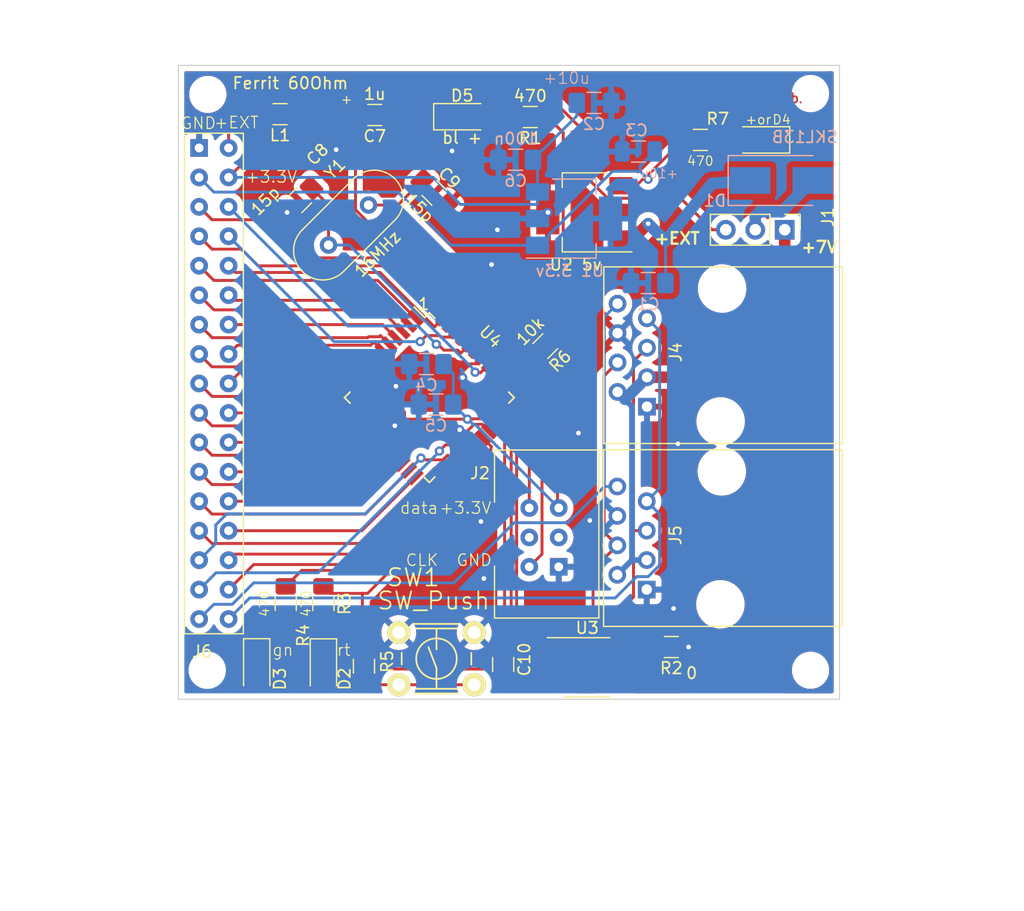
<source format=kicad_pcb>
(kicad_pcb (version 20211014) (generator pcbnew)
  (layers (0 "F.Cu" signal) (31 "B.Cu" signal) (34 "B.Paste" user) (35 "F.Paste" user) (36 "B.SilkS" user "B.Silkscreen") (37 "F.SilkS" user "F.Silkscreen") (38 "B.Mask" user) (39 "F.Mask" user) (44 "Edge.Cuts" user))
  (net 0 "")
  (net 1 "Net-(C1-Pad2)")
  (net 2 "GND")
  (net 3 "+3V3")
  (net 4 "+5V")
  (net 5 "AVCC")
  (net 6 "Net-(C8-Pad1)")
  (net 7 "Net-(C9-Pad1)")
  (net 8 "Net-(D1-Pad2)")
  (net 9 "Net-(D2-Pad1)")
  (net 10 "Net-(D3-Pad1)")
  (net 11 "Net-(D4-Pad2)")
  (net 12 "Net-(D5-Pad2)")
  (net 13 "+V")
  (net 14 "+7V")
  (net 15 "CANL")
  (net 16 "CANH")
  (net 17 "DCC_A")
  (net 18 "DCC_B")
  (net 19 "PC2")
  (net 20 "PC0")
  (net 21 "PA0")
  (net 22 "PA2")
  (net 23 "PA6")
  (net 24 "PB2")
  (net 25 "PA4")
  (net 26 "PB0")
  (net 27 "PC4")
  (net 28 "PC6")
  (net 29 "PD4")
  (net 30 "PD6")
  (net 31 "PD0")
  (net 32 "PD2")
  (net 33 "PA1")
  (net 34 "PA3")
  (net 35 "PA5")
  (net 36 "PA7")
  (net 37 "PB1")
  (net 38 "PB3")
  (net 39 "PC1")
  (net 40 "PC3")
  (net 41 "PC5")
  (net 42 "PC7")
  (net 43 "PD1")
  (net 44 "PD3")
  (net 45 "PD5")
  (net 46 "PD7")
  (net 47 "Net-(R2-Pad2)")
  (net 48 "PE1")
  (net 49 "PE0")
  (net 50 "Net-(R5-Pad1)")
  (net 51 "Net-(U3-Pad4)")
  (net 52 "Net-(U3-Pad1)")
  (net 53 "PDI_DATA")
  (net 54 "PDICLK")
  (net 55 "Net-(U3-Pad5)")
  (net 56 "Net-(J2-Pad4)")
  (net 57 "Net-(J2-Pad3)")
  (footprint "Capacitor_SMD:C_1206_3216Metric_Pad1.42x1.75mm_HandSolder" (layer "F.Cu") (at 108.68 72.85 180)
    (fp_text reference "C7")
    (fp_text value "1u")
  )
  (footprint "Capacitor_SMD:C_1206_3216Metric_Pad1.42x1.75mm_HandSolder" (layer "F.Cu") (at 102.1715 80.2005 -135)
    (fp_text reference "C8")
    (fp_text value "15p")
  )
  (footprint "Capacitor_SMD:C_1206_3216Metric_Pad1.42x1.75mm_HandSolder" (layer "F.Cu") (at 113.82 79.57 -45)
    (fp_text reference "C9")
    (fp_text value "15p")
  )
  (footprint "Capacitor_SMD:C_1206_3216Metric_Pad1.42x1.75mm_HandSolder" (layer "F.Cu") (at 119.75 120.25 -90)
    (fp_text reference "C10")
    (fp_text value "100n")
  )
  (footprint "LED_SMD:LED_1206_3216Metric_Pad1.42x1.75mm_HandSolder" (layer "F.Cu") (at 104.25 120.5 -90)
    (fp_text reference "D2")
    (fp_text value "LED")
  )
  (footprint "LED_SMD:LED_1206_3216Metric_Pad1.42x1.75mm_HandSolder" (layer "F.Cu") (at 98.5 120.4875 -90)
    (fp_text reference "D3")
    (fp_text value "LED")
  )
  (footprint "LED_SMD:LED_1206_3216Metric_Pad1.42x1.75mm_HandSolder" (layer "F.Cu") (at 142 75 180)
    (fp_text reference "D4")
    (fp_text value "LED" hide)
  )
  (footprint "LED_SMD:LED_1206_3216Metric_Pad1.42x1.75mm_HandSolder" (layer "F.Cu") (at 116.2177 72.9996)
    (fp_text reference "D5")
    (fp_text value "bl +")
  )
  (footprint "Connector_PinHeader_2.54mm:PinHeader_1x03_P2.54mm_Vertical" (layer "F.Cu") (at 144.025 82.75 -90)
    (fp_text reference "J1")
    (fp_text value "Conn_01x03")
  )
  (footprint "sboxnet:8p8c-mebp" (layer "F.Cu") (at 138.5 93.5692 90)
    (fp_text reference "J4")
    (fp_text value "8P8C")
  )
  (footprint "sboxnet:8p8c-mebp" (layer "F.Cu") (at 138.4776 109.3454 90)
    (fp_text reference "J5")
    (fp_text value "8P8C")
  )
  (footprint "Resistor_SMD:R_1206_3216Metric_Pad1.42x1.75mm_HandSolder" (layer "F.Cu") (at 122.0867 73.025 180)
    (fp_text reference "R1")
    (fp_text value "470")
  )
  (footprint "Resistor_SMD:R_1206_3216Metric_Pad1.42x1.75mm_HandSolder" (layer "F.Cu") (at 104.25 115 -90)
    (fp_text reference "R3")
    (fp_text value "470")
  )
  (footprint "Resistor_SMD:R_1206_3216Metric_Pad1.42x1.75mm_HandSolder" (layer "F.Cu") (at 101 115 -90)
    (fp_text reference "R4")
    (fp_text value "470")
  )
  (footprint "Resistor_SMD:R_1206_3216Metric_Pad1.42x1.75mm_HandSolder" (layer "F.Cu") (at 107.7468 120.396 90)
    (fp_text reference "R5")
    (fp_text value "1k")
  )
  (footprint "Resistor_SMD:R_1206_3216Metric_Pad1.42x1.75mm_HandSolder" (layer "F.Cu") (at 136.75 75)
    (fp_text reference "R7")
    (fp_text value "470")
  )
  (footprint "sboxnet:JTP-1130" (layer "F.Cu") (at 114 119.75)
    (fp_text reference "SW1")
    (fp_text value "SW_Push")
  )
  (footprint "Package_TO_SOT_SMD:SOT-223-3_TabPin2" (layer "F.Cu") (at 126.75 81.25 180)
    (fp_text reference "U2 5v")
    (fp_text value "MCP1703A-5002_SOT223")
  )
  (footprint "Package_SO:SOIC-8_3.9x4.9mm_P1.27mm" (layer "F.Cu") (at 127 120.5)
    (fp_text reference "U3")
    (fp_text value "SN65HVD230" hide)
  )
  (footprint "Crystal:Crystal_HC49-U_Vertical" (layer "F.Cu") (at 104.69 84.07 45)
    (fp_text reference "Y1")
    (fp_text value "16MHz")
  )
  (footprint "Inductor_SMD:L_1206_3216Metric_Pad1.42x1.75mm_HandSolder" (layer "F.Cu") (at 100.5125 72.78 180)
    (fp_text reference "L1")
    (fp_text value "Ferrit 60Ohm")
  )
  (footprint "Resistor_SMD:R_1206_3216Metric_Pad1.42x1.75mm_HandSolder" (layer "F.Cu") (at 123.38 92.79 -135)
    (fp_text reference "R6")
    (fp_text value "10k")
  )
  (footprint "MountingHole:MountingHole_2.2mm_M2" (layer "F.Cu") (at 146.25 71)
    (fp_text reference "Rx2" hide)
    (fp_text value "MH2.2")
  )
  (footprint "MountingHole:MountingHole_2.2mm_M2" (layer "F.Cu") (at 146.25 120.75)
    (fp_text reference "Rx3" hide)
    (fp_text value " MH2.2")
  )
  (footprint "MountingHole:MountingHole_2.2mm_M2" (layer "F.Cu") (at 94.234 120.75)
    (fp_text reference "buchse" hide)
    (fp_text value "MH2.2")
  )
  (footprint "Resistor_SMD:R_1206_3216Metric_Pad1.42x1.75mm_HandSolder" (layer "F.Cu") (at 134.25 118.75 180)
    (fp_text reference "R2")
    (fp_text value "0")
  )
  (footprint "MountingHole:MountingHole_2.2mm_M2" (layer "F.Cu") (at 94.2848 71.0692)
    (fp_text reference "Rx1" hide)
    (fp_text value "MH2.2")
  )
  (footprint "sboxnet:sboxnet-buchse-2x17" (layer "F.Cu") (at 96.0755 118.872 180)
    (fp_text reference "J6")
    (fp_text value "sboxnet-buchse_2x17")
  )
  (footprint "sboxnet:wannenstecker_gerade_6pin" (layer "F.Cu") (at 122 106.75)
    (fp_text reference "J2")
    (fp_text value "Conn_02x03_Odd_Even")
  )
  (footprint "Package_QFP:TQFP-44_10x10mm_P0.8mm" (layer "F.Cu") (at 113.3856 97.2312 -45)
    (fp_text reference "U4")
    (fp_text value "ATxmega128A4U-AU")
  )
  (footprint "Capacitor_SMD:C_1206_3216Metric_Pad1.42x1.75mm_HandSolder" (layer "B.Cu") (at 132.2578 87.3506)
    (fp_text reference "C1")
    (fp_text value "100n")
  )
  (footprint "Capacitor_SMD:C_1206_3216Metric_Pad1.42x1.75mm_HandSolder" (layer "B.Cu") (at 127.5826 71.8058)
    (fp_text reference "C2")
    (fp_text value "10u")
  )
  (footprint "Capacitor_SMD:C_1206_3216Metric" (layer "B.Cu") (at 131.4196 76 180)
    (fp_text reference "C3")
    (fp_text value "+10u")
  )
  (footprint "Capacitor_SMD:C_1206_3216Metric_Pad1.42x1.75mm_HandSolder" (layer "B.Cu") (at 113.1316 94.3356)
    (fp_text reference "C4")
    (fp_text value "100n")
  )
  (footprint "Capacitor_SMD:C_1206_3216Metric_Pad1.42x1.75mm_HandSolder" (layer "B.Cu") (at 113.9571 97.8281)
    (fp_text reference "C5")
    (fp_text value "100n")
  )
  (footprint "Capacitor_SMD:C_1206_3216Metric_Pad1.42x1.75mm_HandSolder" (layer "B.Cu") (at 120.8278 76.708)
    (fp_text reference "C6")
    (fp_text value "100n")
  )
  (footprint "Package_TO_SOT_SMD:SOT-223-3_TabPin2" (layer "B.Cu") (at 125.857 81.788)
    (fp_text reference "U1 3.3v")
    (fp_text value "MCP1703A-3302_SOT223")
  )
  (footprint "Diode_SMD:D_SMB_Handsoldering" (layer "B.Cu") (at 143.75 78.5)
    (fp_text reference "D1")
    (fp_text value "SKL13B")
  )
  (gr_circle (center 113.5 89) (end 113.627 89) (layer "F.Cu") (width 0.15) (fill none))
  (gr_circle (center 113.5 89) (end 113.783981 89) (layer "F.Cu") (width 0.1) (fill none))
  (gr_rect (start 91.75 68.5692) (end 148.75 123.25) (layer "Edge.Cuts") (width 0.1) (fill none))
  (gr_text "03.01.23" (at 140.59 118.65) (layer "F.Cu") (effects (font (size 0.8 0.8) (thickness 0.1))))
  (gr_text "Thomas Maier\ntom@tom.ist-im-web.de" (at 132.08 70.7644) (layer "F.Cu") (effects (font (size 0.8 0.8)) (justify left)))
  (gr_text "  Sboxnet\nModul V5" (at 139.5 121) (layer "F.Cu") (effects (font (size 1 1) (thickness 0.2))))
  (gr_text "+10u" (at 125.2093 69.6595) (layer "B.SilkS") (effects (font (size 1 1) (thickness 0.1))))
  (gr_text "CLK" (at 112.75 111.25) (layer "F.SilkS") (effects (font (size 1 1) (thickness 0.1))))
  (gr_text "gn" (at 100.75 119) (layer "F.SilkS") (effects (font (size 1 1) (thickness 0.1))))
  (gr_text "+EXT" (at 96.75 73.5) (layer "F.SilkS") (effects (font (size 1 1) (thickness 0.1))))
  (gr_text "+3.3V" (at 99.75 78.1812) (layer "F.SilkS") (effects (font (size 1 1) (thickness 0.1))))
  (gr_text "+EXT" (at 134.75 83.5) (layer "F.SilkS") (effects (font (size 1 1) (thickness 0.2))))
  (gr_text "GND" (at 117.25 111.25) (layer "F.SilkS") (effects (font (size 1 1) (thickness 0.1))))
  (gr_text "GND" (at 93.472 73.5584) (layer "F.SilkS") (effects (font (size 1 1) (thickness 0.1))))
  (gr_text "data" (at 112.5 106.75) (layer "F.SilkS") (effects (font (size 1 1) (thickness 0.1))))
  (gr_text "rt" (at 106 119) (layer "F.SilkS") (effects (font (size 1 1) (thickness 0.1))))
  (gr_text "+3.3V" (at 116.5 106.75) (layer "F.SilkS") (effects (font (size 1 1) (thickness 0.1))))
  (gr_text "+" (at 106.25 71.5) (layer "F.SilkS") (effects (font (size 0.8 0.8) (thickness 0.1))))
  (gr_text "1" (at 112.903 89.154) (layer "F.SilkS") (effects (font (size 1 1))))
  (gr_text "+or" (at 141.75 73.25) (layer "F.SilkS") (effects (font (size 0.8 0.8) (thickness 0.1))))
  (gr_text "+7V" (at 147 84.25) (layer "F.SilkS") (effects (font (size 1 1) (thickness 0.2))))
  (segment (start 132.2487 82.2244) (end 131.2251 83.248) (width 1) (layer "F.Cu") (net 1))
  (segment (start 130.9231 83.55) (end 131.2251 83.248) (width 1) (layer "F.Cu") (net 1))
  (segment (start 129.9 83.55) (end 130.9231 83.55) (width 1) (layer "F.Cu") (net 1))
  (via (at 132.2487 82.2244) (size 0.8) (drill 0.4) (layers "F.Cu" "B.Cu") (net 1))
  (segment (start 141.05 78.5) (end 137.75 78.75) (width 1) (layer "B.Cu") (net 1))
  (segment (start 133.7453 87.3506) (end 133.7453 83.721) (width 0.25) (layer "B.Cu") (net 1))
  (segment (start 133.7453 83.721) (end 132.2487 82.2244) (width 1) (layer "B.Cu") (net 1))
  (segment (start 137.75 78.75) (end 133.7453 83.721) (width 1) (layer "B.Cu") (net 1))
  (segment (start 117.981794 93.766377) (end 117.432071 94.3161) (width 0.25) (layer "F.Cu") (net 2))
  (segment (start 117.237905 99.5374) (end 116.275305 100.5) (width 0.25) (layer "F.Cu") (net 2))
  (segment (start 118.54748 100.130338) (end 117.954542 99.5374) (width 0.25) (layer "F.Cu") (net 2))
  (segment (start 110.25 96) (end 110.5 96.25) (width 0.25) (layer "F.Cu") (net 2))
  (segment (start 109.75 96) (end 110.25 96) (width 0.25) (layer "F.Cu") (net 2))
  (segment (start 117.954542 99.5374) (end 117.237905 99.5374) (width 0.25) (layer "F.Cu") (net 2))
  (segment (start 108.224 94.3575) (end 108.224 94.3737) (width 0.25) (layer "F.Cu") (net 2))
  (segment (start 117.498 94.2759) (end 117.982 93.7918) (width 0.25) (layer "F.Cu") (net 2))
  (segment (start 117.432071 94.3161) (end 116.9339 94.3161) (width 0.25) (layer "F.Cu") (net 2))
  (segment (start 109.920777 101.827394) (end 110.404875 101.343296) (width 0.25) (layer "F.Cu") (net 2))
  (segment (start 108.22372 94.332062) (end 108.22372 94.47372) (width 0.25) (layer "F.Cu") (net 2))
  (segment (start 116.25 95) (end 116.25 95.5) (width 0.25) (layer "F.Cu") (net 2))
  (segment (start 116.275305 100.5) (end 116 100) (width 0.25) (layer "F.Cu") (net 2))
  (segment (start 132.1276 115.1401) (end 135.7375 118.75) (width 0.25) (layer "F.Cu") (net 2))
  (segment (start 132.1276 113.7854) (end 132.1276 115.1401) (width 0.25) (layer "F.Cu") (net 2))
  (segment (start 110.404875 101.343296) (end 110.404875 99.654875) (width 0.25) (layer "F.Cu") (net 2))
  (segment (start 108.22372 94.47372) (end 109.75 96) (width 0.25) (layer "F.Cu") (net 2))
  (segment (start 116.9339 94.3161) (end 116.25 95) (width 0.25) (layer "F.Cu") (net 2))
  (via (at 127.22 107.83) (size 0.8) (drill 0.4) (layers "F.Cu" "B.Cu") (net 2))
  (via (at 116.25 95.5) (size 0.8) (drill 0.4) (layers "F.Cu" "B.Cu") (net 2))
  (via (at 135.7375 118.75) (size 0.8) (drill 0.4) (layers "F.Cu" "B.Cu") (net 2))
  (via (at 117.83 107.92) (size 0.8) (drill 0.4) (layers "F.Cu" "B.Cu") (net 2))
  (via (at 105.35 75.84) (size 0.8) (drill 0.4) (layers "F.Cu" "B.Cu") (net 2))
  (via (at 119.25 82.75) (size 0.8) (drill 0.4) (layers "F.Cu" "B.Cu") (net 2))
  (via (at 110.5 96.25) (size 0.8) (drill 0.4) (layers "F.Cu" "B.Cu") (net 2))
  (via (at 118.75 85.75) (size 0.8) (drill 0.4) (layers "F.Cu" "B.Cu") (net 2))
  (via (at 118.08 112.84) (size 0.8) (drill 0.4) (layers "F.Cu" "B.Cu") (net 2))
  (via (at 126.24 100.29) (size 0.8) (drill 0.4) (layers "F.Cu" "B.Cu") (net 2))
  (via (at 115.35 75.95) (size 0.8) (drill 0.4) (layers "F.Cu" "B.Cu") (net 2))
  (via (at 123.6 81.25) (size 0.8) (drill 0.4) (layers "F.Cu" "B.Cu") (net 2))
  (via (at 134.44 115.42) (size 0.8) (drill 0.4) (layers "F.Cu" "B.Cu") (net 2))
  (via (at 134.82 101.21) (size 0.8) (drill 0.4) (layers "F.Cu" "B.Cu") (net 2))
  (via (at 101.119679 81.252321) (size 0.8) (drill 0.4) (layers "F.Cu" "B.Cu") (net 2))
  (via (at 110.404875 99.654875) (size 0.8) (drill 0.4) (layers "F.Cu" "B.Cu") (net 2))
  (via (at 116 100) (size 0.8) (drill 0.4) (layers "F.Cu" "B.Cu") (net 2))
  (segment (start 104.14 121.86) (end 104.127 121.847) (width 0.25) (layer "F.Cu") (net 3))
  (segment (start 104.14 121.86) (end 104.25 121.97) (width 0.25) (layer "F.Cu") (net 3))
  (segment (start 98.5 121.975) (end 103.999 121.975) (width 0.25) (layer "F.Cu") (net 3))
  (segment (start 111.2467 98.4864) (end 111.2467 99.0874) (width 0.25) (layer "F.Cu") (net 3))
  (segment (start 123.5742 73.025) (end 124.9252 74.376) (width 0.25) (layer "F.Cu") (net 3))
  (segment (start 119.8734 100.3248) (end 119.8733 100.3249) (width 0.25) (layer "F.Cu") (net 3))
  (segment (start 100.2503 71.5547) (end 122.1039 71.5547) (width 0.25) (layer "F.Cu") (net 3))
  (segment (start 120.9511 119.4634) (end 121.1756 119.6879) (width 0.25) (layer "F.Cu") (net 3))
  (segment (start 107.658 94.8977) (end 111.2467 98.4864) (width 0.25) (layer "F.Cu") (net 3))
  (segment (start 124.525 121.135) (end 121.9987 121.135) (width 0.25) (layer "F.Cu") (net 3))
  (segment (start 121.1756 120.3119) (end 119.75 121.7375) (width 0.25) (layer "F.Cu") (net 3))
  (segment (start 119.75 121.7375) (end 118.6569 120.6444) (width 0.25) (layer "F.Cu") (net 3))
  (segment (start 124.4318 106.6418) (end 124.54 106.75) (width 0.25) (layer "F.Cu") (net 3))
  (segment (start 121.9987 121.135) (end 121.1756 120.3119) (width 0.25) (layer "F.Cu") (net 3))
  (segment (start 117.1628 99.0608) (end 118.0966 99.0608) (width 0.25) (layer "F.Cu") (net 3))
  (segment (start 121.1756 119.6879) (end 121.1756 120.3119) (width 0.25) (layer "F.Cu") (net 3))
  (segment (start 119.8733 116.9838) (end 120.9511 118.0616) (width 0.25) (layer "F.Cu") (net 3))
  (segment (start 99.025 75.2825) (end 99.025 72.78) (width 0.25) (layer "F.Cu") (net 3))
  (segment (start 116.6626 99.0874) (end 111.2467 99.0874) (width 0.25) (layer "F.Cu") (net 3))
  (segment (start 110.4865 102.3931) (end 111.2468 101.6328) (width 0.25) (layer "F.Cu") (net 3))
  (segment (start 119.1132 99.5647) (end 118.353 98.8044) (width 0.25) (layer "F.Cu") (net 3))
  (segment (start 119.4933 99.9448) (end 119.1132 99.5647) (width 0.25) (layer "F.Cu") (net 3))
  (segment (start 105.5931 120.6444) (end 104.25 121.9875) (width 0.25) (layer "F.Cu") (net 3))
  (segment (start 103.999 121.975) (end 104.127 121.847) (width 0.25) (layer "F.Cu") (net 3))
  (segment (start 119.8733 100.3249) (end 119.8733 116.9838) (width 0.25) (layer "F.Cu") (net 3))
  (segment (start 117.1362 99.0874) (end 116.6626 99.0874) (width 0.25) (layer "F.Cu") (net 3))
  (segment (start 111.2467 101.6328) (end 111.2468 101.6328) (width 0.25) (layer "F.Cu") (net 3))
  (segment (start 119.4933 99.9448) (end 119.8734 100.3248) (width 0.25) (layer "F.Cu") (net 3))
  (segment (start 104.25 121.97) (end 104.25 121.9875) (width 0.25) (layer "F.Cu") (net 3))
  (segment (start 118.0966 99.0608) (end 118.353 98.8044) (width 0.25) (layer "F.Cu") (net 3))
  (segment (start 124.9252 91.2448) (end 124.4318 91.7382) (width 0.25) (layer "F.Cu") (net 3))
  (segment (start 111.2467 99.0874) (end 111.2467 101.6328) (width 0.25) (layer "F.Cu") (net 3))
  (segment (start 122.1039 71.5547) (end 123.5742 73.025) (width 0.25) (layer "F.Cu") (net 3))
  (segment (start 96.0755 78.232) (end 99.025 75.2825) (width 0.25) (layer "F.Cu") (net 3))
  (segment (start 124.4318 91.7382) (end 124.4318 106.6418) (width 0.25) (layer "F.Cu") (net 3))
  (segment (start 118.6569 120.6444) (end 105.5931 120.6444) (width 0.25) (layer "F.Cu") (net 3))
  (segment (start 124.9252 74.376) (end 124.9252 91.2448) (width 0.25) (layer "F.Cu") (net 3))
  (segment (start 99.025 72.78) (end 100.2503 71.5547) (width 0.25) (layer "F.Cu") (net 3))
  (segment (start 120.9511 118.0616) (end 120.9511 119.4634) (width 0.25) (layer "F.Cu") (net 3))
  (segment (start 117.1362 99.0874) (end 117.1628 99.0608) (width 0.25) (layer "F.Cu") (net 3))
  (via (at 116.6626 99.0874) (size 0.8) (drill 0.4) (layers "F.Cu" "B.Cu") (net 3))
  (segment (start 117.3414 99.5514) (end 117.1362 99.5514) (width 0.25) (layer "B.Cu") (net 3))
  (segment (start 122.707 77.0997) (end 122.321 76.7136) (width 0.25) (layer "B.Cu") (net 3))
  (segment (start 114.6191 94.3356) (end 115.4446 95.1611) (width 0.25) (layer "B.Cu") (net 3))
  (segment (start 122.3153 76.708) (end 126.0951 72.9282) (width 0.25) (layer "B.Cu") (net 3))
  (segment (start 117.1362 99.5514) (end 117.1362 99.5197) (width 0.25) (layer "B.Cu") (net 3))
  (segment (start 122.707 79.488) (end 122.707 80.5631) (width 0.25) (layer "B.Cu") (net 3))
  (segment (start 96.0755 78.232) (end 113.722 78.232) (width 0.25) (layer "B.Cu") (net 3))
  (segment (start 122.3153 76.7081) (end 122.3153 76.708) (width 0.25) (layer "B.Cu") (net 3))
  (segment (start 122.321 76.7136) (end 122.318 76.7108) (width 0.25) (layer "B.Cu") (net 3))
  (segment (start 124.54 106.75) (end 117.3414 99.5514) (width 0.25) (layer "B.Cu") (net 3))
  (segment (start 122.318 76.7108) (end 122.315 76.708) (width 0.25) (layer "B.Cu") (net 3))
  (segment (start 115.4446 95.1611) (end 115.4446 97.8281) (width 0.25) (layer "B.Cu") (net 3))
  (segment (start 117.1362 99.5197) (end 115.4446 97.8281) (width 0.25) (layer "B.Cu") (net 3))
  (segment (start 122.707 77.0997) (end 122.707 79.488) (width 0.25) (layer "B.Cu") (net 3))
  (segment (start 126.0951 72.9282) (end 126.0951 71.8058) (width 0.25) (layer "B.Cu") (net 3))
  (segment (start 116.0531 80.5631) (end 122.707 80.5631) (width 0.25) (layer "B.Cu") (net 3))
  (segment (start 122.318 76.7108) (end 122.3153 76.7081) (width 0.25) (layer "B.Cu") (net 3))
  (segment (start 113.722 78.232) (end 116.0531 80.5631) (width 0.25) (layer "B.Cu") (net 3))
  (segment (start 132.2487 78.0138) (end 135.2625 75) (width 0.25) (layer "F.Cu") (net 4))
  (segment (start 131.7841 78.391) (end 131.2251 78.95) (width 0.25) (layer "F.Cu") (net 4))
  (segment (start 132.2487 78.391) (end 131.7841 78.391) (width 0.25) (layer "F.Cu") (net 4))
  (segment (start 132.2487 78.391) (end 132.2487 78.0138) (width 0.25) (layer "F.Cu") (net 4))
  (segment (start 129.9 78.95) (end 131.2251 78.95) (width 0.25) (layer "F.Cu") (net 4))
  (via (at 132.2487 78.391) (size 0.8) (drill 0.4) (layers "F.Cu" "B.Cu") (net 4))
  (segment (start 122.795 84.088) (end 129.1785 77.7045) (width 0.25) (layer "B.Cu") (net 4))
  (segment (start 129.1785 77.7045) (end 131.5622 77.7045) (width 0.25) (layer "B.Cu") (net 4))
  (segment (start 115.2612 84.088) (end 110.6752 79.502) (width 0.25) (layer "B.Cu") (net 4))
  (segment (start 132.2487 78.391) (end 131.5622 77.7045) (width 0.25) (layer "B.Cu") (net 4))
  (segment (start 122.795 84.088) (end 122.707 84.088) (width 0.25) (layer "B.Cu") (net 4))
  (segment (start 122.707 84.088) (end 115.2612 84.088) (width 0.25) (layer "B.Cu") (net 4))
  (segment (start 94.8055 79.502) (end 93.5355 78.232) (width 0.25) (layer "B.Cu") (net 4))
  (segment (start 131.5622 77.7045) (end 131.5622 77.2542) (width 0.25) (layer "B.Cu") (net 4))
  (segment (start 110.6752 79.502) (end 94.8055 79.502) (width 0.25) (layer "B.Cu") (net 4))
  (segment (start 131.5622 77.2542) (end 132.8196 75.9968) (width 0.25) (layer "B.Cu") (net 4))
  (segment (start 102.1322 72.9122) (end 102 72.78) (width 0.25) (layer "F.Cu") (net 5))
  (segment (start 107.192 72.85) (end 107.1925 72.85) (width 0.25) (layer "F.Cu") (net 5))
  (segment (start 117.9022 90.8648) (end 117.9022 92.1663) (width 0.25) (layer "F.Cu") (net 5))
  (segment (start 107.0151 81.0199) (end 109.6635 83.6683) (width 0.25) (layer "F.Cu") (net 5))
  (segment (start 117.4161 93.2007) (end 118.1764 92.4404) (width 0.25) (layer "F.Cu") (net 5))
  (segment (start 107.122 72.78) (end 107.1745 72.8325) (width 0.25) (layer "F.Cu") (net 5))
  (segment (start 107.0151 72.9122) (end 102.1322 72.9122) (width 0.25) (layer "F.Cu") (net 5))
  (segment (start 107.0151 72.9122) (end 107.0151 81.0199) (width 0.25) (layer "F.Cu") (net 5))
  (segment (start 107.0948 72.9122) (end 107.0151 72.9122) (width 0.25) (layer "F.Cu") (net 5))
  (segment (start 107.1745 72.8325) (end 107.192 72.85) (width 0.25) (layer "F.Cu") (net 5))
  (segment (start 109.6635 83.6683) (end 110.7057 83.6683) (width 0.25) (layer "F.Cu") (net 5))
  (segment (start 117.9022 92.1663) (end 118.1764 92.4404) (width 0.25) (layer "F.Cu") (net 5))
  (segment (start 107.1745 72.8325) (end 107.0948 72.9122) (width 0.25) (layer "F.Cu") (net 5))
  (segment (start 110.7057 83.6683) (end 117.9022 90.8648) (width 0.25) (layer "F.Cu") (net 5))
  (segment (start 104.69 80.6154) (end 103.2233 79.1487) (width 0.25) (layer "F.Cu") (net 6))
  (segment (start 104.69 84.07) (end 104.69 80.6154) (width 0.25) (layer "F.Cu") (net 6))
  (segment (start 117.7361 95.0411) (end 117.7873 95.0923) (width 0.25) (layer "F.Cu") (net 6))
  (segment (start 117.3277 95.0411) (end 117.7361 95.0411) (width 0.25) (layer "F.Cu") (net 6))
  (segment (start 118.5475 94.3321) (end 117.7873 95.0923) (width 0.25) (layer "F.Cu") (net 6))
  (via (at 117.3277 95.0411) (size 0.8) (drill 0.4) (layers "F.Cu" "B.Cu") (net 6))
  (segment (start 117.3277 95.0411) (end 117.3277 94.9226) (width 0.25) (layer "B.Cu") (net 6))
  (segment (start 106.4751 84.07) (end 104.69 84.07) (width 0.25) (layer "B.Cu") (net 6))
  (segment (start 117.3277 94.9226) (end 106.4751 84.07) (width 0.25) (layer "B.Cu") (net 6))
  (segment (start 119.1132 94.8977) (end 119.8734 94.1375) (width 0.25) (layer "F.Cu") (net 7))
  (segment (start 119.6027 89.5549) (end 110.6671 80.6193) (width 0.25) (layer "F.Cu") (net 7))
  (segment (start 108.1407 80.6193) (end 110.6671 80.6193) (width 0.25) (layer "F.Cu") (net 7))
  (segment (start 119.8734 94.1375) (end 119.6027 93.8669) (width 0.25) (layer "F.Cu") (net 7))
  (segment (start 110.6671 80.6193) (end 112.7682 78.5182) (width 0.25) (layer "F.Cu") (net 7))
  (segment (start 119.6027 93.8669) (end 119.6027 89.5549) (width 0.25) (layer "F.Cu") (net 7))
  (segment (start 141.485 81.5749) (end 141.485 82.75) (width 1) (layer "B.Cu") (net 8))
  (segment (start 146.45 78.5) (end 143.75 81.2) (width 1) (layer "B.Cu") (net 8))
  (segment (start 141.8599 81.2) (end 141.485 81.5749) (width 1) (layer "B.Cu") (net 8))
  (segment (start 143.75 81.2) (end 141.8599 81.2) (width 1) (layer "B.Cu") (net 8))
  (segment (start 104.25 116.4875) (end 104.25 119.0125) (width 0.25) (layer "F.Cu") (net 9))
  (segment (start 101 116.4875) (end 98.5 118.9875) (width 0.25) (layer "F.Cu") (net 10))
  (segment (start 98.5 118.9875) (end 98.5 119) (width 0.25) (layer "F.Cu") (net 10))
  (segment (start 138.2375 75) (end 140.5125 75) (width 0.25) (layer "F.Cu") (net 11))
  (segment (start 120.5865 73.0123) (end 120.599 73.025) (width 0.25) (layer "F.Cu") (net 12))
  (segment (start 120.5865 73.0123) (end 120.5992 73.025) (width 0.25) (layer "F.Cu") (net 12))
  (segment (start 120.574 72.9996) (end 120.5865 73.0123) (width 0.25) (layer "F.Cu") (net 12))
  (segment (start 117.7052 72.9996) (end 120.574 72.9996) (width 0.25) (layer "F.Cu") (net 12))
  (segment (start 96.0755 73.8209) (end 98.7968 71.0996) (width 0.25) (layer "F.Cu") (net 13))
  (segment (start 123.5548 71.0996) (end 126.7591 74.3039) (width 0.25) (layer "F.Cu") (net 13))
  (segment (start 126.7591 74.3039) (end 126.7591 78.0311) (width 0.25) (layer "F.Cu") (net 13))
  (segment (start 135.0542 80.0343) (end 137.7699 82.75) (width 0.25) (layer "F.Cu") (net 13))
  (segment (start 96.0755 75.692) (end 96.0755 73.8209) (width 0.25) (layer "F.Cu") (net 13))
  (segment (start 126.7591 78.0311) (end 128.7623 80.0343) (width 0.25) (layer "F.Cu") (net 13))
  (segment (start 128.7623 80.0343) (end 135.0542 80.0343) (width 0.25) (layer "F.Cu") (net 13))
  (segment (start 98.7968 71.0996) (end 123.5548 71.0996) (width 0.25) (layer "F.Cu") (net 13))
  (segment (start 138.945 82.75) (end 137.7699 82.75) (width 0.25) (layer "F.Cu") (net 13))
  (segment (start 134.7808 95.4692) (end 144.025 86.225) (width 1) (layer "F.Cu") (net 14))
  (segment (start 132.15 95.4692) (end 134.7808 95.4692) (width 1) (layer "F.Cu") (net 14))
  (segment (start 144.025 86.225) (end 144.025 82.75) (width 1) (layer "F.Cu") (net 14))
  (segment (start 130.8576 97.9868) (end 130.245 97.3742) (width 0.5) (layer "B.Cu") (net 14))
  (segment (start 130.8576 111.2454) (end 129.5876 112.5154) (width 0.5) (layer "B.Cu") (net 14))
  (segment (start 132.15 95.4692) (end 130.245 97.3742) (width 1) (layer "B.Cu") (net 14))
  (segment (start 130.245 97.3742) (end 129.61 96.7392) (width 0.25) (layer "B.Cu") (net 14))
  (segment (start 132.1276 111.2454) (end 130.8576 111.2454) (width 0.5) (layer "B.Cu") (net 14))
  (segment (start 130.8576 111.2454) (end 130.8576 97.9868) (width 0.5) (layer "B.Cu") (net 14))
  (segment (start 129.5876 109.9754) (end 128.4529 108.8407) (width 0.25) (layer "F.Cu") (net 15))
  (segment (start 128.4529 95.3563) (end 129.61 94.1992) (width 0.25) (layer "F.Cu") (net 15))
  (segment (start 127.5 112.063) (end 129.5876 109.9754) (width 0.25) (layer "F.Cu") (net 15))
  (segment (start 129.475 121.135) (end 128.748604 121.135) (width 0.25) (layer "F.Cu") (net 15))
  (segment (start 127.5 119.886396) (end 127.5 112.063) (width 0.25) (layer "F.Cu") (net 15))
  (segment (start 128.4529 108.8407) (end 128.4529 95.3563) (width 0.25) (layer "F.Cu") (net 15))
  (segment (start 128.748604 121.135) (end 127.5 119.886396) (width 0.25) (layer "F.Cu") (net 15))
  (segment (start 128 117.4116) (end 130.9868 114.4248) (width 0.25) (layer "F.Cu") (net 16))
  (segment (start 130.9868 108.7054) (end 132.1276 108.7054) (width 0.25) (layer "F.Cu") (net 16))
  (segment (start 128 119.75) (end 128 117.4116) (width 0.25) (layer "F.Cu") (net 16))
  (segment (start 128.115 119.865) (end 128 119.75) (width 0.25) (layer "F.Cu") (net 16))
  (segment (start 130.9868 108.7054) (end 130.9868 94.0924) (width 0.25) (layer "F.Cu") (net 16))
  (segment (start 130.9868 114.4248) (end 130.9868 108.7054) (width 0.25) (layer "F.Cu") (net 16))
  (segment (start 129.475 119.865) (end 128.115 119.865) (width 0.25) (layer "F.Cu") (net 16))
  (segment (start 130.9868 94.0924) (end 132.15 92.9292) (width 0.25) (layer "F.Cu") (net 16))
  (segment (start 131.2547 112.6746) (end 132.246 112.6746) (width 0.25) (layer "B.Cu") (net 17))
  (segment (start 96.0755 116.332) (end 97.8947 114.5128) (width 0.25) (layer "B.Cu") (net 17))
  (segment (start 133.2372 111.6834) (end 133.2372 107.275) (width 0.25) (layer "B.Cu") (net 17))
  (segment (start 133.2372 107.275) (end 132.1276 106.1654) (width 0.25) (layer "B.Cu") (net 17))
  (segment (start 133.2396 91.4788) (end 133.2396 105.0534) (width 0.25) (layer "B.Cu") (net 17))
  (segment (start 97.8947 114.5128) (end 129.4165 114.5128) (width 0.25) (layer "B.Cu") (net 17))
  (segment (start 133.2396 105.0534) (end 132.1276 106.1654) (width 0.25) (layer "B.Cu") (net 17))
  (segment (start 132.15 90.3892) (end 133.2396 91.4788) (width 0.25) (layer "B.Cu") (net 17))
  (segment (start 132.246 112.6746) (end 133.2372 111.6834) (width 0.25) (layer "B.Cu") (net 17))
  (segment (start 129.4165 114.5128) (end 131.2547 112.6746) (width 0.25) (layer "B.Cu") (net 17))
  (segment (start 94.8055 115.062) (end 96.3884 115.062) (width 0.25) (layer "B.Cu") (net 18))
  (segment (start 125.3483 108.02) (end 128.4679 104.9004) (width 0.25) (layer "B.Cu") (net 18))
  (segment (start 93.5355 116.332) (end 94.8055 115.062) (width 0.25) (layer "B.Cu") (net 18))
  (segment (start 115.5024 113.2097) (end 120.6921 108.02) (width 0.25) (layer "B.Cu") (net 18))
  (segment (start 128.4679 104.9004) (end 129.5876 104.9004) (width 0.25) (layer "B.Cu") (net 18))
  (segment (start 128.4679 104.9004) (end 128.4679 90.2663) (width 0.25) (layer "B.Cu") (net 18))
  (segment (start 120.6921 108.02) (end 125.3483 108.02) (width 0.25) (layer "B.Cu") (net 18))
  (segment (start 96.3884 115.062) (end 98.2407 113.2097) (width 0.25) (layer "B.Cu") (net 18))
  (segment (start 98.2407 113.2097) (end 115.5024 113.2097) (width 0.25) (layer "B.Cu") (net 18))
  (segment (start 128.4679 90.2663) (end 129.61 89.1242) (width 0.25) (layer "B.Cu") (net 18))
  (segment (start 105.1248 98.552) (end 96.0755 98.552) (width 0.25) (layer "F.Cu") (net 19))
  (segment (start 106.5267 98.4333) (end 105.7664 99.1936) (width 0.25) (layer "F.Cu") (net 19))
  (segment (start 105.7664 99.1936) (end 105.1248 98.552) (width 0.25) (layer "F.Cu") (net 19))
  (segment (start 106.0896 94.9456) (end 97.1419 94.9456) (width 0.25) (layer "F.Cu") (net 20))
  (segment (start 106.3321 94.7031) (end 106.0896 94.9456) (width 0.25) (layer "F.Cu") (net 20))
  (segment (start 97.1419 94.9456) (end 96.0755 96.012) (width 0.25) (layer "F.Cu") (net 20))
  (segment (start 107.0923 95.4634) (end 106.3321 94.7031) (width 0.25) (layer "F.Cu") (net 20))
  (segment (start 114.1291 92.631) (end 113.9821 92.631) (width 0.25) (layer "F.Cu") (net 21))
  (segment (start 115.8288 93.1339) (end 114.632 93.1339) (width 0.25) (layer "F.Cu") (net 21))
  (segment (start 114.632 93.1339) (end 114.1291 92.631) (width 0.25) (layer "F.Cu") (net 21))
  (segment (start 116.8504 92.635) (end 116.0902 93.3952) (width 0.25) (layer "F.Cu") (net 21))
  (segment (start 116.0902 93.3952) (end 115.8288 93.1339) (width 0.25) (layer "F.Cu") (net 21))
  (via (at 113.9821 92.631) (size 0.8) (drill 0.4) (layers "F.Cu" "B.Cu") (net 21))
  (segment (start 96.0755 80.772) (end 106.3528 91.0493) (width 0.25) (layer "B.Cu") (net 21))
  (segment (start 112.4004 91.0493) (end 113.9821 92.631) (width 0.25) (layer "B.Cu") (net 21))
  (segment (start 106.3528 91.0493) (end 112.4004 91.0493) (width 0.25) (layer "B.Cu") (net 21))
  (segment (start 114.2562 91.8794) (end 113.1182 91.8794) (width 0.25) (layer "F.Cu") (net 22))
  (segment (start 114.3831 92.0063) (end 114.2562 91.8794) (width 0.25) (layer "F.Cu") (net 22))
  (segment (start 115.72 91.529) (end 115.2427 92.0063) (width 0.25) (layer "F.Cu") (net 22))
  (segment (start 113.1182 91.8794) (end 112.5983 92.3993) (width 0.25) (layer "F.Cu") (net 22))
  (segment (start 115.2427 92.0063) (end 114.3831 92.0063) (width 0.25) (layer "F.Cu") (net 22))
  (via (at 112.5983 92.3993) (size 0.8) (drill 0.4) (layers "F.Cu" "B.Cu") (net 22))
  (segment (start 112.5983 92.3993) (end 105.1628 92.3993) (width 0.25) (layer "B.Cu") (net 22))
  (segment (start 105.1628 92.3993) (end 96.0755 83.312) (width 0.25) (layer "B.Cu") (net 22))
  (segment (start 109.4378 88.8365) (end 96.52 88.8365) (width 0.25) (layer "F.Cu") (net 23))
  (segment (start 111.5647 90.9634) (end 109.4378 88.8365) (width 0.25) (layer "F.Cu") (net 23))
  (segment (start 96.52 88.8365) (end 96.0755 88.392) (width 0.25) (layer "F.Cu") (net 23))
  (segment (start 109.3551 93.2007) (end 108.5949 92.4404) (width 0.25) (layer "F.Cu") (net 24))
  (segment (start 96.836 92.7115) (end 108.3238 92.7115) (width 0.25) (layer "F.Cu") (net 24))
  (segment (start 96.266 93.2815) (end 96.836 92.7115) (width 0.25) (layer "F.Cu") (net 24))
  (segment (start 96.266 93.2815) (end 96.0755 93.472) (width 0.25) (layer "F.Cu") (net 24))
  (segment (start 108.3238 92.7115) (end 108.5949 92.4404) (width 0.25) (layer "F.Cu") (net 24))
  (segment (start 114.5877 90.3723) (end 113.8275 91.1325) (width 0.25) (layer "F.Cu") (net 25))
  (segment (start 109.1297 86.4347) (end 96.6582 86.4347) (width 0.25) (layer "F.Cu") (net 25))
  (segment (start 113.8275 91.1325) (end 109.1297 86.4347) (width 0.25) (layer "F.Cu") (net 25))
  (segment (start 96.6582 86.4347) (end 96.0755 85.852) (width 0.25) (layer "F.Cu") (net 25))
  (segment (start 110.4865 92.0693) (end 109.3492 90.932) (width 0.25) (layer "F.Cu") (net 26))
  (segment (start 109.3492 90.932) (end 96.0755 90.932) (width 0.25) (layer "F.Cu") (net 26))
  (segment (start 106.1307 101.092) (end 96.0755 101.092) (width 0.25) (layer "F.Cu") (net 27))
  (segment (start 107.658 99.5647) (end 106.1307 101.092) (width 0.25) (layer "F.Cu") (net 27))
  (segment (start 105.8534 103.632) (end 96.0755 103.632) (width 0.25) (layer "F.Cu") (net 28))
  (segment (start 108.7894 100.696) (end 105.8534 103.632) (width 0.25) (layer "F.Cu") (net 28))
  (segment (start 115.9137 104.2847) (end 115.4894 104.709) (width 0.25) (layer "F.Cu") (net 29))
  (segment (start 96.598 110.7295) (end 96.0755 111.252) (width 0.25) (layer "F.Cu") (net 29))
  (segment (start 109.4687 110.7295) (end 96.598 110.7295) (width 0.25) (layer "F.Cu") (net 29))
  (segment (start 115.4892 104.709) (end 109.4687 110.7295) (width 0.25) (layer "F.Cu") (net 29))
  (segment (start 115.1534 103.5245) (end 115.9137 104.2847) (width 0.25) (layer "F.Cu") (net 29))
  (segment (start 115.4894 104.709) (end 115.4892 104.709) (width 0.25) (layer "F.Cu") (net 29))
  (segment (start 116.8314 104.0395) (end 109.241 111.6299) (width 0.25) (layer "F.Cu") (net 30))
  (segment (start 116.8314 103.3669) (end 116.8314 104.0395) (width 0.25) (layer "F.Cu") (net 30))
  (segment (start 109.241 111.6299) (end 98.2376 111.6299) (width 0.25) (layer "F.Cu") (net 30))
  (segment (start 117.045 103.1533) (end 116.8314 103.3669) (width 0.25) (layer "F.Cu") (net 30))
  (segment (start 98.2376 111.6299) (end 96.0755 113.792) (width 0.25) (layer "F.Cu") (net 30))
  (segment (start 116.2847 102.3931) (end 117.045 103.1533) (width 0.25) (layer "F.Cu") (net 30))
  (segment (start 96.0755 106.172) (end 107.8135 106.172) (width 0.25) (layer "F.Cu") (net 31))
  (segment (start 107.8135 106.172) (end 111.0015 102.984) (width 0.25) (layer "F.Cu") (net 31))
  (segment (start 112.1835 104.0901) (end 107.5616 108.712) (width 0.25) (layer "F.Cu") (net 32))
  (segment (start 107.5616 108.712) (end 96.0755 108.712) (width 0.25) (layer "F.Cu") (net 32))
  (segment (start 94.6462 81.8827) (end 98.8883 81.8827) (width 0.25) (layer "F.Cu") (net 33))
  (segment (start 93.5355 80.772) (end 94.6462 81.8827) (width 0.25) (layer "F.Cu") (net 33))
  (segment (start 98.8883 81.8827) (end 102.1808 85.1752) (width 0.25) (layer "F.Cu") (net 33))
  (segment (start 111.5722 85.1752) (end 117.045 90.648) (width 0.25) (layer "F.Cu") (net 33))
  (segment (start 116.2847 92.0693) (end 117.045 91.309) (width 0.25) (layer "F.Cu") (net 33))
  (segment (start 117.045 90.648) (end 117.045 91.309) (width 0.25) (layer "F.Cu") (net 33))
  (segment (start 102.1808 85.1752) (end 111.5722 85.1752) (width 0.25) (layer "F.Cu") (net 33))
  (segment (start 98.6282 85.8647) (end 111.6005 85.8647) (width 0.25) (layer "F.Cu") (net 34))
  (segment (start 115.4894 89.7534) (end 115.9137 90.1776) (width 0.25) (layer "F.Cu") (net 34))
  (segment (start 93.5355 83.312) (end 94.6462 84.4227) (width 0.25) (layer "F.Cu") (net 34))
  (segment (start 94.6462 84.4227) (end 97.1862 84.4227) (width 0.25) (layer "F.Cu") (net 34))
  (segment (start 111.6005 85.8647) (end 115.4892 89.7534) (width 0.25) (layer "F.Cu") (net 34))
  (segment (start 115.1534 90.9379) (end 115.9137 90.1776) (width 0.25) (layer "F.Cu") (net 34))
  (segment (start 115.4892 89.7534) (end 115.4894 89.7534) (width 0.25) (layer "F.Cu") (net 34))
  (segment (start 97.1862 84.4227) (end 98.6282 85.8647) (width 0.25) (layer "F.Cu") (net 34))
  (segment (start 94.8055 87.122) (end 93.5355 85.852) (width 0.25) (layer "F.Cu") (net 35))
  (segment (start 112.1835 90.3723) (end 108.9332 87.122) (width 0.25) (layer "F.Cu") (net 35))
  (segment (start 108.9332 87.122) (end 94.8055 87.122) (width 0.25) (layer "F.Cu") (net 35))
  (segment (start 111.052 91.5028) (end 109.2112 89.662) (width 0.25) (layer "F.Cu") (net 36))
  (segment (start 109.2112 89.662) (end 94.8055 89.662) (width 0.25) (layer "F.Cu") (net 36))
  (segment (start 94.8055 89.662) (end 93.5355 88.392) (width 0.25) (layer "F.Cu") (net 36))
  (segment (start 109.9208 92.635) (end 109.1606 91.8747) (width 0.25) (layer "F.Cu") (net 37))
  (segment (start 108.1493 91.9783) (end 109.057 91.9783) (width 0.25) (layer "F.Cu") (net 37))
  (segment (start 94.6615 92.058) (end 108.0696 92.058) (width 0.25) (layer "F.Cu") (net 37))
  (segment (start 108.0696 92.058) (end 108.1493 91.9783) (width 0.25) (layer "F.Cu") (net 37))
  (segment (start 93.5355 90.932) (end 94.6615 92.058) (width 0.25) (layer "F.Cu") (net 37))
  (segment (start 109.057 91.9783) (end 109.1606 91.8747) (width 0.25) (layer "F.Cu") (net 37))
  (segment (start 93.5355 93.472) (end 94.6397 94.5762) (width 0.25) (layer "F.Cu") (net 38))
  (segment (start 96.8394 94.5762) (end 98.1783 93.2373) (width 0.25) (layer "F.Cu") (net 38))
  (segment (start 98.1783 93.2373) (end 108.2603 93.2373) (width 0.25) (layer "F.Cu") (net 38))
  (segment (start 94.6397 94.5762) (end 96.8394 94.5762) (width 0.25) (layer "F.Cu") (net 38))
  (segment (start 108.2603 93.2373) (end 108.7894 93.7664) (width 0.25) (layer "F.Cu") (net 38))
  (segment (start 106.5013 96.0545) (end 106.469 96.0545) (width 0.25) (layer "F.Cu") (net 39))
  (segment (start 105.3949 97.1286) (end 106.469 96.0545) (width 0.25) (layer "F.Cu") (net 39))
  (segment (start 94.6521 97.1286) (end 105.3949 97.1286) (width 0.25) (layer "F.Cu") (net 39))
  (segment (start 106.5013 96.0545) (end 106.5267 96.0291) (width 0.25) (layer "F.Cu") (net 39))
  (segment (start 106.527 96.0545) (end 106.5013 96.0545) (width 0.25) (layer "F.Cu") (net 39))
  (segment (start 93.5355 96.012) (end 94.6521 97.1286) (width 0.25) (layer "F.Cu") (net 39))
  (segment (start 106.2405 99.6677) (end 94.6512 99.6677) (width 0.25) (layer "F.Cu") (net 40))
  (segment (start 106.3321 99.7592) (end 106.2405 99.6677) (width 0.25) (layer "F.Cu") (net 40))
  (segment (start 107.0923 98.999) (end 106.3321 99.7592) (width 0.25) (layer "F.Cu") (net 40))
  (segment (start 94.6512 99.6677) (end 93.5355 98.552) (width 0.25) (layer "F.Cu") (net 40))
  (segment (start 94.6467 102.2032) (end 93.5355 101.092) (width 0.25) (layer "F.Cu") (net 41))
  (segment (start 108.2237 100.1303) (end 106.1508 102.2032) (width 0.25) (layer "F.Cu") (net 41))
  (segment (start 106.1508 102.2032) (end 94.6467 102.2032) (width 0.25) (layer "F.Cu") (net 41))
  (segment (start 109.293 101.287) (end 105.8512 104.7288) (width 0.25) (layer "F.Cu") (net 42))
  (segment (start 109.293 101.287) (end 109.3298 101.287) (width 0.25) (layer "F.Cu") (net 42))
  (segment (start 105.8512 104.7288) (end 94.6323 104.7288) (width 0.25) (layer "F.Cu") (net 42))
  (segment (start 94.6323 104.7288) (end 93.5355 103.632) (width 0.25) (layer "F.Cu") (net 42))
  (segment (start 109.3298 101.287) (end 109.333 101.287) (width 0.25) (layer "F.Cu") (net 42))
  (segment (start 109.3298 101.287) (end 109.3551 101.2617) (width 0.25) (layer "F.Cu") (net 42))
  (segment (start 94.6394 107.2759) (end 107.8664 107.2759) (width 0.25) (layer "F.Cu") (net 43))
  (segment (start 107.8664 107.2759) (end 111.6178 103.5245) (width 0.25) (layer "F.Cu") (net 43))
  (segment (start 93.5355 106.172) (end 94.6394 107.2759) (width 0.25) (layer "F.Cu") (net 43))
  (segment (start 107.3419 109.8155) (end 94.639 109.8155) (width 0.25) (layer "F.Cu") (net 44))
  (segment (start 113.8275 103.3299) (end 107.3419 109.8155) (width 0.25) (layer "F.Cu") (net 44))
  (segment (start 94.639 109.8155) (end 93.5355 108.712) (width 0.25) (layer "F.Cu") (net 44))
  (segment (start 114.5877 104.0901) (end 113.8275 103.3299) (width 0.25) (layer "F.Cu") (net 44))
  (segment (start 114.9589 102.1985) (end 114.7238 102.4336) (width 0.25) (layer "F.Cu") (net 45))
  (segment (start 114.7237 102.4336) (end 114.5611 102.5962) (width 0.25) (layer "F.Cu") (net 45))
  (segment (start 114.5611 102.5962) (end 112.8071 102.5962) (width 0.25) (layer "F.Cu") (net 45))
  (segment (start 115.7191 102.9588) (end 114.9589 102.1985) (width 0.25) (layer "F.Cu") (net 45))
  (segment (start 112.8071 102.5962) (end 112.657 102.4461) (width 0.25) (layer "F.Cu") (net 45))
  (segment (start 114.7238 102.4336) (end 114.7237 102.4336) (width 0.25) (layer "F.Cu") (net 45))
  (via (at 112.657 102.4461) (size 0.8) (drill 0.4) (layers "F.Cu" "B.Cu") (net 45))
  (segment (start 94.9648 109.8227) (end 93.5355 111.252) (width 0.25) (layer "B.Cu") (net 45))
  (segment (start 107.8439 107.2592) (end 95.9192 107.2592) (width 0.25) (layer "B.Cu") (net 45))
  (segment (start 94.9648 108.2136) (end 94.9648 109.8227) (width 0.25) (layer "B.Cu") (net 45))
  (segment (start 95.9192 107.2592) (end 94.9648 108.2136) (width 0.25) (layer "B.Cu") (net 45))
  (segment (start 112.657 102.4461) (end 107.8439 107.2592) (width 0.25) (layer "B.Cu") (net 45))
  (segment (start 114.7809 101.3084) (end 114.2521 101.8372) (width 0.25) (layer "F.Cu") (net 46))
  (segment (start 116.0902 101.0671) (end 115.8489 101.3084) (width 0.25) (layer "F.Cu") (net 46))
  (segment (start 115.8489 101.3084) (end 114.7809 101.3084) (width 0.25) (layer "F.Cu") (net 46))
  (segment (start 116.8504 101.8274) (end 116.0902 101.0671) (width 0.25) (layer "F.Cu") (net 46))
  (via (at 114.2521 101.8372) (size 0.8) (drill 0.4) (layers "F.Cu" "B.Cu") (net 46))
  (segment (start 103.7894 112.3392) (end 114.2521 101.8765) (width 0.25) (layer "B.Cu") (net 46))
  (segment (start 114.2521 101.8765) (end 114.2521 101.8372) (width 0.25) (layer "B.Cu") (net 46))
  (segment (start 94.9883 112.3392) (end 103.7894 112.3392) (width 0.25) (layer "B.Cu") (net 46))
  (segment (start 93.5355 113.792) (end 94.9883 112.3392) (width 0.25) (layer "B.Cu") (net 46))
  (segment (start 129.63 118.75) (end 129.475 118.595) (width 0.25) (layer "F.Cu") (net 47))
  (segment (start 132.7625 118.75) (end 129.63 118.75) (width 0.25) (layer "F.Cu") (net 47))
  (segment (start 104.8581 114.1206) (end 104.25 113.5125) (width 0.25) (layer "F.Cu") (net 48))
  (segment (start 108.0513 114.1206) (end 107.608 114.1206) (width 0.25) (layer "F.Cu") (net 48))
  (segment (start 107.608 118.89) (end 107.608 114.1206) (width 0.25) (layer "F.Cu") (net 48))
  (segment (start 118.7421 101.4562) (end 118.6895 101.5088) (width 0.25) (layer "F.Cu") (net 48))
  (segment (start 117.9818 100.696) (end 118.7421 101.4562) (width 0.25) (layer "F.Cu") (net 48))
  (segment (start 118.6895 103.4824) (end 108.0513 114.1206) (width 0.25) (layer "F.Cu") (net 48))
  (segment (start 107.608 114.1206) (end 104.8581 114.1206) (width 0.25) (layer "F.Cu") (net 48))
  (segment (start 118.6895 101.5088) (end 118.6895 103.4824) (width 0.25) (layer "F.Cu") (net 48))
  (segment (start 118.1764 102.0219) (end 117.9444 102.2539) (width 0.25) (layer "F.Cu") (net 49))
  (segment (start 102.3761 112.1364) (end 101 113.5125) (width 0.25) (layer "F.Cu") (net 49))
  (segment (start 117.9444 102.2539) (end 117.9444 103.5718) (width 0.25) (layer "F.Cu") (net 49))
  (segment (start 109.3798 112.1364) (end 102.3761 112.1364) (width 0.25) (layer "F.Cu") (net 49))
  (segment (start 117.4161 101.2617) (end 118.1764 102.0219) (width 0.25) (layer "F.Cu") (net 49))
  (segment (start 117.9444 103.5718) (end 109.3798 112.1364) (width 0.25) (layer "F.Cu") (net 49))
  (segment (start 107.8633 122) (end 107.7468 121.8835) (width 0.25) (layer "F.Cu") (net 50))
  (segment (start 117.25 122) (end 110.75 122) (width 0.25) (layer "F.Cu") (net 50))
  (segment (start 110.75 122) (end 107.8633 122) (width 0.25) (layer "F.Cu") (net 50))
  (segment (start 125.5611 120.5) (end 125.8751 120.814) (width 0.25) (layer "F.Cu") (net 51))
  (segment (start 120.4391 116.4542) (end 122.4485 118.4636) (width 0.25) (layer "F.Cu") (net 51))
  (segment (start 125.8751 120.814) (end 125.8751 121.4566) (width 0.25) (layer "F.Cu") (net 51))
  (segment (start 123.4983 120.5) (end 125.5611 120.5) (width 0.25) (layer "F.Cu") (net 51))
  (segment (start 124.9267 122.405) (end 124.525 122.405) (width 0.25) (layer "F.Cu") (net 51))
  (segment (start 122.4485 119.4502) (end 123.4983 120.5) (width 0.25) (layer "F.Cu") (net 51))
  (segment (start 120.4391 99.7593) (end 120.4391 116.4542) (width 0.25) (layer "F.Cu") (net 51))
  (segment (start 125.8751 121.4566) (end 124.9267 122.405) (width 0.25) (layer "F.Cu") (net 51))
  (segment (start 119.6789 98.999) (end 120.4392 99.7592) (width 0.25) (layer "F.Cu") (net 51))
  (segment (start 122.4485 118.4636) (end 122.4485 119.4502) (width 0.25) (layer "F.Cu") (net 51))
  (segment (start 120.4392 99.7592) (end 120.4391 99.7593) (width 0.25) (layer "F.Cu") (net 51))
  (segment (start 120.9091 99.0894) (end 120.9091 116.2792) (width 0.25) (layer "F.Cu") (net 52))
  (segment (start 124.525 118.595) (end 123.2249 118.595) (width 0.25) (layer "F.Cu") (net 52))
  (segment (start 120.9091 116.2792) (end 123.2249 118.595) (width 0.25) (layer "F.Cu") (net 52))
  (segment (start 120.2784 98.4587) (end 120.9091 99.0894) (width 0.25) (layer "F.Cu") (net 52))
  (segment (start 122 99.3051) (end 122 106.75) (width 0.25) (layer "F.Cu") (net 53))
  (segment (start 120.2445 96.0291) (end 119.4843 96.7893) (width 0.25) (layer "F.Cu") (net 53))
  (segment (start 119.4843 96.7893) (end 122 99.3051) (width 0.25) (layer "F.Cu") (net 53))
  (segment (start 119.6789 95.4634) (end 120.4391 94.7032) (width 0.25) (layer "F.Cu") (net 54))
  (segment (start 123.0988 96.335) (end 121.4669 94.7031) (width 0.25) (layer "F.Cu") (net 54))
  (segment (start 120.4391 94.7032) (end 120.4391 94.7031) (width 0.25) (layer "F.Cu") (net 54))
  (segment (start 123.0988 110.7312) (end 123.0988 96.335) (width 0.25) (layer "F.Cu") (net 54))
  (segment (start 120.4391 94.7031) (end 121.4669 94.7031) (width 0.25) (layer "F.Cu") (net 54))
  (segment (start 122 111.83) (end 123.0988 110.7312) (width 0.25) (layer "F.Cu") (net 54))
  (segment (start 121.4669 94.7031) (end 122.3282 93.8418) (width 0.25) (layer "F.Cu") (net 54))
  (zone (net 2) (net_name "GND") (layer "F.Cu") (connect_pads (clearance 0.508)) (min_thickness 0.254) (fill yes (thermal_gap 0.508) (thermal_bridge_width 0.508))
    (polygon (pts (xy 76.5048 62.9666) (xy 164.6682 63.2206) (xy 164.6301 139.9159) (xy 76.6064 141.4272) (xy 76.3651 63.0174) (xy 76.454 62.9793) (xy 76.5048 62.9539)))
  )
  (zone (net 2) (net_name "GND") (layer "B.Cu") (connect_pads (clearance 0.508)) (min_thickness 0.254) (fill yes (thermal_gap 0.508) (thermal_bridge_width 0.508))
    (polygon (pts (xy 164.6682 63.1571) (xy 164.6682 139.9159) (xy 76.4921 141.5161) (xy 76.454 62.9285) (xy 76.4921 62.9539) (xy 76.4921 62.9285)))
  )
)
</source>
